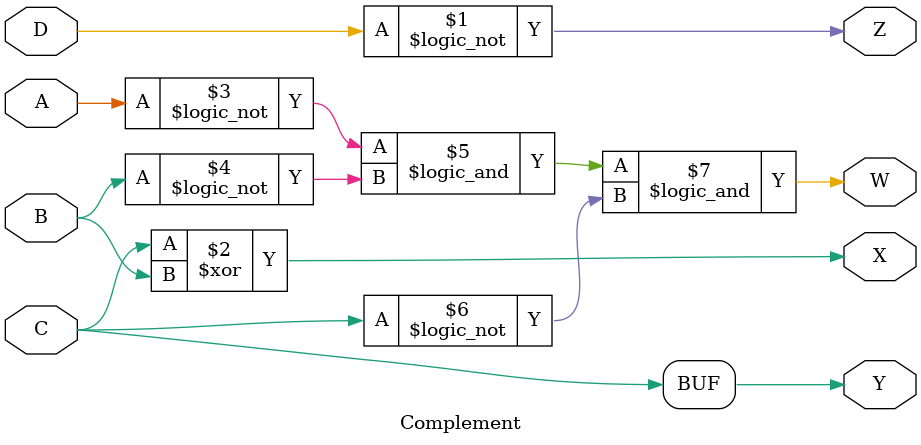
<source format=v>
module Complement(A,B,C,D,W,X,Y,Z);
input A,B,C,D;
output Z,Y,X,W;
assign Z=!D;
assign Y=C;
assign X=C^B;
assign W=(!A&&!B&&!C);
endmodule 

</source>
